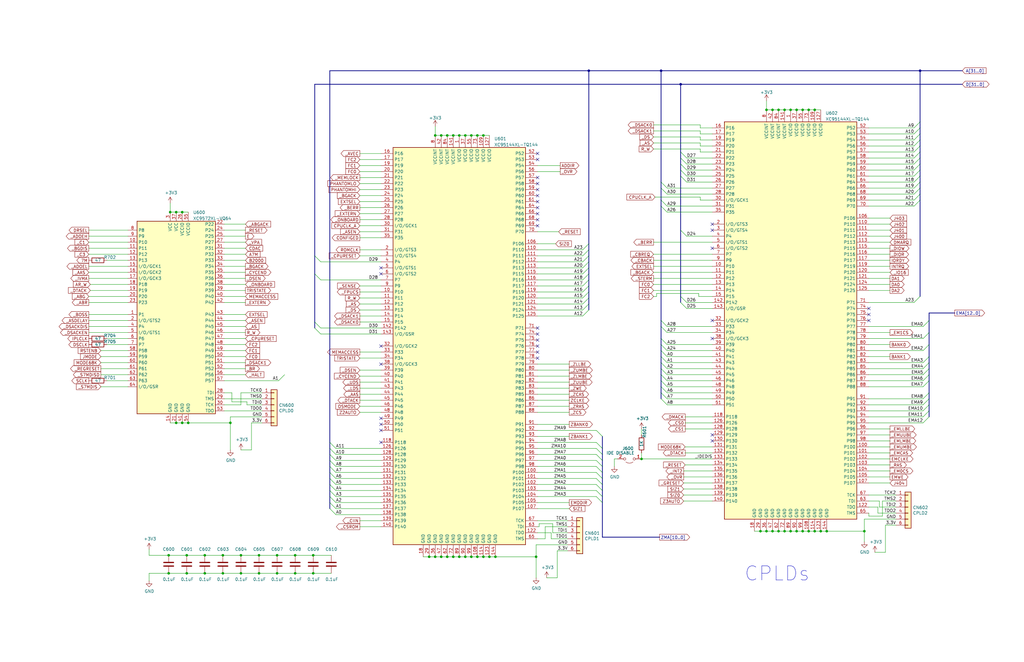
<source format=kicad_sch>
(kicad_sch (version 20211123) (generator eeschema)
  (paper "B")
  (title_block (title "Amiga N2630") (date "2022-05-20") (rev "1.1"))
  (junction (at 93.98 234.315))
  (junction (at 124.46 234.315))
  (junction (at 364.49 224.155))
  (junction (at 335.915 224.155))
  (junction (at 71.755 89.535))
  (junction (at 226.06 234.95))
  (junction (at 74.295 178.435))
  (junction (at 74.295 89.535))
  (junction (at 109.22 234.315))
  (junction (at 71.12 234.315))
  (junction (at 206.375 234.95))
  (junction (at 132.08 234.315))
  (junction (at 208.915 234.95))
  (junction (at 203.835 57.15))
  (junction (at 109.22 241.935))
  (junction (at 132.08 241.935))
  (junction (at 191.135 57.15))
  (junction (at 193.675 57.15))
  (junction (at 86.36 234.315))
  (junction (at 196.215 57.15))
  (junction (at 325.755 224.155))
  (junction (at 183.515 57.15))
  (junction (at 191.135 234.95))
  (junction (at 76.835 178.435))
  (junction (at 343.535 46.355))
  (junction (at 330.835 224.155))
  (junction (at 387.985 29.845))
  (junction (at 116.84 234.315))
  (junction (at 188.595 57.15))
  (junction (at 97.155 178.435))
  (junction (at 201.295 57.15))
  (junction (at 180.975 234.95))
  (junction (at 340.995 46.355))
  (junction (at 287.02 35.56))
  (junction (at 270.51 193.675))
  (junction (at 78.74 234.315))
  (junction (at 76.835 89.535))
  (junction (at 78.74 241.935))
  (junction (at 124.46 241.935))
  (junction (at 278.765 29.845))
  (junction (at 333.375 224.155))
  (junction (at 101.6 234.315))
  (junction (at 340.995 224.155))
  (junction (at 323.215 46.355))
  (junction (at 325.755 46.355))
  (junction (at 338.455 46.355))
  (junction (at 346.075 224.155))
  (junction (at 186.055 234.95))
  (junction (at 198.755 57.15))
  (junction (at 79.375 178.435))
  (junction (at 196.215 234.95))
  (junction (at 186.055 57.15))
  (junction (at 93.98 241.935))
  (junction (at 328.295 46.355))
  (junction (at 248.285 29.845))
  (junction (at 101.6 241.935))
  (junction (at 323.215 224.155))
  (junction (at 328.295 224.155))
  (junction (at 343.535 224.155))
  (junction (at 330.835 46.355))
  (junction (at 116.84 241.935))
  (junction (at 335.915 46.355))
  (junction (at 320.675 224.155))
  (junction (at 338.455 224.155))
  (junction (at 183.515 234.95))
  (junction (at 71.12 241.935))
  (junction (at 86.36 241.935))
  (junction (at 333.375 46.355))
  (junction (at 193.675 234.95))
  (junction (at 203.835 234.95))
  (junction (at 188.595 234.95))
  (junction (at 201.295 234.95))
  (junction (at 348.615 224.155))
  (junction (at 198.755 234.95))
  (no_connect (at 300.355 142.875))
  (no_connect (at 300.355 135.255))
  (no_connect (at 160.655 181.61))
  (no_connect (at 160.655 179.07))
  (no_connect (at 160.655 176.53))
  (no_connect (at 160.655 186.69))
  (no_connect (at 226.695 148.59))
  (no_connect (at 226.695 146.05))
  (no_connect (at 226.695 143.51))
  (no_connect (at 226.695 140.97))
  (no_connect (at 226.695 138.43))
  (no_connect (at 226.695 151.13))
  (no_connect (at 226.695 95.25))
  (no_connect (at 226.695 85.09))
  (no_connect (at 226.695 90.17))
  (no_connect (at 226.695 87.63))
  (no_connect (at 226.695 92.71))
  (no_connect (at 226.695 82.55))
  (no_connect (at 226.695 80.01))
  (no_connect (at 226.695 77.47))
  (no_connect (at 226.695 74.93))
  (no_connect (at 226.695 67.31))
  (no_connect (at 226.695 64.77))
  (no_connect (at 300.355 104.775))
  (no_connect (at 160.655 113.03))
  (no_connect (at 160.655 115.57))
  (no_connect (at 160.655 153.67))
  (no_connect (at 160.655 146.05))
  (no_connect (at 300.355 186.055))
  (no_connect (at 300.355 183.515))
  (no_connect (at 300.355 94.615))
  (no_connect (at 300.355 97.155))
  (no_connect (at 366.395 135.255))
  (no_connect (at 366.395 132.715))
  (no_connect (at 366.395 130.175))
  (bus_entry (at 281.305 137.795) (size -2.54 -2.54))
  (bus_entry (at 389.255 168.275) (size 2.54 -2.54))
  (bus_entry (at 389.255 170.815) (size 2.54 -2.54))
  (bus_entry (at 389.255 173.355) (size 2.54 -2.54))
  (bus_entry (at 389.255 175.895) (size 2.54 -2.54))
  (bus_entry (at 389.255 178.435) (size 2.54 -2.54))
  (bus_entry (at 385.445 74.295) (size 2.54 -2.54))
  (bus_entry (at 385.445 61.595) (size 2.54 -2.54))
  (bus_entry (at 385.445 53.975) (size 2.54 -2.54))
  (bus_entry (at 281.305 89.535) (size -2.54 -2.54))
  (bus_entry (at 281.305 79.375) (size -2.54 -2.54))
  (bus_entry (at 385.445 127.635) (size 2.54 -2.54))
  (bus_entry (at 385.445 79.375) (size 2.54 -2.54))
  (bus_entry (at 289.56 71.755) (size -2.54 -2.54))
  (bus_entry (at 281.305 165.735) (size -2.54 -2.54))
  (bus_entry (at 389.255 142.875) (size 2.54 -2.54))
  (bus_entry (at 389.255 147.955) (size 2.54 -2.54))
  (bus_entry (at 389.255 137.795) (size 2.54 -2.54))
  (bus_entry (at 389.255 153.035) (size 2.54 -2.54))
  (bus_entry (at 389.255 155.575) (size 2.54 -2.54))
  (bus_entry (at 389.255 158.115) (size 2.54 -2.54))
  (bus_entry (at 389.255 160.655) (size 2.54 -2.54))
  (bus_entry (at 389.255 163.195) (size 2.54 -2.54))
  (bus_entry (at 281.305 163.195) (size -2.54 -2.54))
  (bus_entry (at 281.305 150.495) (size -2.54 -2.54))
  (bus_entry (at 281.305 145.415) (size -2.54 -2.54))
  (bus_entry (at 141.605 212.09) (size -2.54 -2.54))
  (bus_entry (at 141.605 204.47) (size -2.54 -2.54))
  (bus_entry (at 141.605 207.01) (size -2.54 -2.54))
  (bus_entry (at 141.605 209.55) (size -2.54 -2.54))
  (bus_entry (at 141.605 217.17) (size -2.54 -2.54))
  (bus_entry (at 141.605 214.63) (size -2.54 -2.54))
  (bus_entry (at 141.605 196.85) (size -2.54 -2.54))
  (bus_entry (at 141.605 194.31) (size -2.54 -2.54))
  (bus_entry (at 141.605 199.39) (size -2.54 -2.54))
  (bus_entry (at 141.605 201.93) (size -2.54 -2.54))
  (bus_entry (at 141.605 189.23) (size -2.54 -2.54))
  (bus_entry (at 141.605 191.77) (size -2.54 -2.54))
  (bus_entry (at 245.745 120.65) (size 2.54 -2.54))
  (bus_entry (at 245.745 130.81) (size 2.54 -2.54))
  (bus_entry (at 245.745 123.19) (size 2.54 -2.54))
  (bus_entry (at 245.745 125.73) (size 2.54 -2.54))
  (bus_entry (at 245.745 128.27) (size 2.54 -2.54))
  (bus_entry (at 245.745 133.35) (size 2.54 -2.54))
  (bus_entry (at 245.745 105.41) (size 2.54 -2.54))
  (bus_entry (at 245.745 113.03) (size 2.54 -2.54))
  (bus_entry (at 245.745 110.49) (size 2.54 -2.54))
  (bus_entry (at 245.745 118.11) (size 2.54 -2.54))
  (bus_entry (at 245.745 115.57) (size 2.54 -2.54))
  (bus_entry (at 245.745 107.95) (size 2.54 -2.54))
  (bus_entry (at 385.445 84.455) (size 2.54 -2.54))
  (bus_entry (at 289.56 130.175) (size -2.54 -2.54))
  (bus_entry (at 385.445 69.215) (size 2.54 -2.54))
  (bus_entry (at 385.445 81.915) (size 2.54 -2.54))
  (bus_entry (at 385.445 59.055) (size 2.54 -2.54))
  (bus_entry (at 281.305 170.815) (size -2.54 -2.54))
  (bus_entry (at 289.56 127.635) (size -2.54 -2.54))
  (bus_entry (at 385.445 56.515) (size 2.54 -2.54))
  (bus_entry (at 281.305 155.575) (size -2.54 -2.54))
  (bus_entry (at 289.56 74.295) (size -2.54 -2.54))
  (bus_entry (at 281.305 168.275) (size -2.54 -2.54))
  (bus_entry (at 281.305 160.655) (size -2.54 -2.54))
  (bus_entry (at 289.56 99.695) (size -2.54 -2.54))
  (bus_entry (at 385.445 71.755) (size 2.54 -2.54))
  (bus_entry (at 281.305 158.115) (size -2.54 -2.54))
  (bus_entry (at 289.56 66.675) (size -2.54 -2.54))
  (bus_entry (at 281.305 147.955) (size -2.54 -2.54))
  (bus_entry (at 385.445 64.135) (size 2.54 -2.54))
  (bus_entry (at 281.305 140.335) (size -2.54 -2.54))
  (bus_entry (at 385.445 86.995) (size 2.54 -2.54))
  (bus_entry (at 289.56 76.835) (size -2.54 -2.54))
  (bus_entry (at 385.445 66.675) (size 2.54 -2.54))
  (bus_entry (at 385.445 76.835) (size 2.54 -2.54))
  (bus_entry (at 281.305 153.035) (size -2.54 -2.54))
  (bus_entry (at 289.56 69.215) (size -2.54 -2.54))
  (bus_entry (at 251.46 186.69) (size 2.54 2.54))
  (bus_entry (at 251.46 181.61) (size 2.54 2.54))
  (bus_entry (at 251.46 191.77) (size 2.54 2.54))
  (bus_entry (at 251.46 189.23) (size 2.54 2.54))
  (bus_entry (at 251.46 204.47) (size 2.54 2.54))
  (bus_entry (at 251.46 207.01) (size 2.54 2.54))
  (bus_entry (at 251.46 209.55) (size 2.54 2.54))
  (bus_entry (at 251.46 196.85) (size 2.54 2.54))
  (bus_entry (at 251.46 201.93) (size 2.54 2.54))
  (bus_entry (at 251.46 194.31) (size 2.54 2.54))
  (bus_entry (at 251.46 199.39) (size 2.54 2.54))
  (bus_entry (at 117.475 160.655) (size 2.54 -2.54))
  (bus_entry (at 281.305 86.995) (size -2.54 -2.54))
  (bus_entry (at 281.305 81.915) (size -2.54 -2.54))
  (bus_entry (at 135.255 110.49) (size -2.54 -2.54))
  (bus_entry (at 135.255 118.11) (size -2.54 -2.54))
  (bus_entry (at 135.255 140.97) (size -2.54 -2.54))
  (bus_entry (at 135.255 138.43) (size -2.54 -2.54))
  (bus (pts (xy 278.765 79.375) (xy 278.765 84.455)))
  (wire (pts (xy 160.655 166.37) (xy 151.765 166.37)))
  (wire (pts (xy 366.395 180.975) (xy 375.285 180.975)))
  (wire (pts (xy 276.225 83.185) (xy 295.275 83.185)))
  (wire (pts (xy 183.515 234.95) (xy 186.055 234.95)))
  (wire (pts (xy 226.06 243.84) (xy 226.06 234.95)))
  (wire (pts (xy 226.06 234.95) (xy 226.06 229.87)))
  (bus (pts (xy 132.715 107.95) (xy 132.715 35.56)))
  (wire (pts (xy 203.835 234.95) (xy 206.375 234.95)))
  (wire (pts (xy 366.395 109.855) (xy 375.285 109.855)))
  (wire (pts (xy 288.29 203.835) (xy 300.355 203.835)))
  (bus (pts (xy 248.285 118.11) (xy 248.285 120.65)))
  (bus (pts (xy 391.795 135.255) (xy 391.795 132.08)))
  (wire (pts (xy 103.505 147.955) (xy 94.615 147.955)))
  (wire (pts (xy 180.975 234.95) (xy 183.515 234.95)))
  (wire (pts (xy 101.6 241.935) (xy 93.98 241.935)))
  (wire (pts (xy 270.51 193.675) (xy 300.355 193.675)))
  (wire (pts (xy 239.395 222.25) (xy 229.87 222.25)))
  (bus (pts (xy 248.285 128.27) (xy 248.285 130.81)))
  (wire (pts (xy 300.355 165.735) (xy 281.305 165.735)))
  (bus (pts (xy 248.285 123.19) (xy 248.285 125.73)))
  (wire (pts (xy 160.655 156.21) (xy 151.765 156.21)))
  (bus (pts (xy 287.02 125.095) (xy 287.02 127.635)))
  (wire (pts (xy 289.56 127.635) (xy 300.355 127.635)))
  (wire (pts (xy 300.355 160.655) (xy 281.305 160.655)))
  (wire (pts (xy 53.975 112.395) (xy 37.465 112.395)))
  (wire (pts (xy 103.505 135.255) (xy 94.615 135.255)))
  (wire (pts (xy 188.595 234.95) (xy 191.135 234.95)))
  (wire (pts (xy 151.765 222.25) (xy 160.655 222.25)))
  (wire (pts (xy 372.11 217.805) (xy 366.395 217.805)))
  (wire (pts (xy 104.14 170.815) (xy 110.49 170.815)))
  (wire (pts (xy 366.395 120.015) (xy 375.285 120.015)))
  (bus (pts (xy 139.065 201.93) (xy 139.065 204.47)))
  (wire (pts (xy 320.675 224.155) (xy 318.135 224.155)))
  (wire (pts (xy 295.275 52.705) (xy 275.59 52.705)))
  (bus (pts (xy 139.065 194.31) (xy 139.065 196.85)))
  (wire (pts (xy 328.295 46.355) (xy 325.755 46.355)))
  (wire (pts (xy 385.445 71.755) (xy 366.395 71.755)))
  (wire (pts (xy 366.395 155.575) (xy 389.255 155.575)))
  (wire (pts (xy 281.305 150.495) (xy 300.355 150.495)))
  (wire (pts (xy 245.745 113.03) (xy 226.695 113.03)))
  (wire (pts (xy 259.08 193.675) (xy 259.08 196.85)))
  (wire (pts (xy 53.975 158.115) (xy 42.545 158.115)))
  (wire (pts (xy 364.49 224.155) (xy 364.49 219.075)))
  (wire (pts (xy 385.445 84.455) (xy 366.395 84.455)))
  (wire (pts (xy 97.155 178.435) (xy 97.155 175.895)))
  (wire (pts (xy 53.975 122.555) (xy 38.1 122.555)))
  (wire (pts (xy 366.395 163.195) (xy 389.255 163.195)))
  (wire (pts (xy 295.275 60.325) (xy 295.275 61.595)))
  (wire (pts (xy 71.755 85.725) (xy 71.755 89.535)))
  (wire (pts (xy 103.505 102.235) (xy 94.615 102.235)))
  (wire (pts (xy 300.355 107.315) (xy 275.59 107.315)))
  (bus (pts (xy 139.065 204.47) (xy 139.065 207.01)))
  (wire (pts (xy 103.505 155.575) (xy 94.615 155.575)))
  (bus (pts (xy 391.795 132.08) (xy 402.59 132.08)))
  (wire (pts (xy 226.695 201.93) (xy 251.46 201.93)))
  (wire (pts (xy 191.135 57.15) (xy 188.595 57.15)))
  (wire (pts (xy 53.975 125.095) (xy 37.465 125.095)))
  (wire (pts (xy 160.655 217.17) (xy 141.605 217.17)))
  (wire (pts (xy 335.915 46.355) (xy 333.375 46.355)))
  (wire (pts (xy 300.355 208.915) (xy 288.29 208.915)))
  (wire (pts (xy 94.615 94.615) (xy 103.505 94.615)))
  (wire (pts (xy 385.445 127.635) (xy 366.395 127.635)))
  (wire (pts (xy 226.695 219.71) (xy 239.395 219.71)))
  (wire (pts (xy 281.305 147.955) (xy 300.355 147.955)))
  (wire (pts (xy 226.695 97.79) (xy 235.585 97.79)))
  (wire (pts (xy 281.305 89.535) (xy 300.355 89.535)))
  (wire (pts (xy 281.305 81.915) (xy 300.355 81.915)))
  (wire (pts (xy 45.085 145.415) (xy 53.975 145.415)))
  (wire (pts (xy 289.56 99.695) (xy 300.355 99.695)))
  (bus (pts (xy 391.795 150.495) (xy 391.795 145.415)))
  (wire (pts (xy 226.695 207.01) (xy 251.46 207.01)))
  (wire (pts (xy 160.655 74.93) (xy 151.765 74.93)))
  (wire (pts (xy 103.505 122.555) (xy 94.615 122.555)))
  (bus (pts (xy 139.065 207.01) (xy 139.065 209.55)))
  (wire (pts (xy 226.695 204.47) (xy 251.46 204.47)))
  (wire (pts (xy 42.545 147.955) (xy 53.975 147.955)))
  (bus (pts (xy 254 207.01) (xy 254 209.55)))
  (bus (pts (xy 391.795 168.275) (xy 391.795 165.735)))
  (wire (pts (xy 94.615 120.015) (xy 103.505 120.015)))
  (wire (pts (xy 300.355 112.395) (xy 275.59 112.395)))
  (wire (pts (xy 289.56 74.295) (xy 300.355 74.295)))
  (wire (pts (xy 206.375 234.95) (xy 208.915 234.95)))
  (wire (pts (xy 366.395 145.415) (xy 375.285 145.415)))
  (wire (pts (xy 270.51 183.515) (xy 270.51 180.975)))
  (wire (pts (xy 196.215 234.95) (xy 198.755 234.95)))
  (wire (pts (xy 160.655 64.77) (xy 151.765 64.77)))
  (bus (pts (xy 387.985 64.135) (xy 387.985 66.675)))
  (wire (pts (xy 300.355 125.095) (xy 294.64 125.095)))
  (wire (pts (xy 160.655 77.47) (xy 151.765 77.47)))
  (wire (pts (xy 300.355 170.815) (xy 281.305 170.815)))
  (wire (pts (xy 270.51 191.135) (xy 270.51 193.675)))
  (wire (pts (xy 141.605 196.85) (xy 160.655 196.85)))
  (wire (pts (xy 289.56 76.835) (xy 300.355 76.835)))
  (wire (pts (xy 94.615 109.855) (xy 103.505 109.855)))
  (wire (pts (xy 385.445 53.975) (xy 366.395 53.975)))
  (wire (pts (xy 160.655 173.99) (xy 151.765 173.99)))
  (wire (pts (xy 325.755 46.355) (xy 323.215 46.355)))
  (wire (pts (xy 196.215 57.15) (xy 193.675 57.15)))
  (wire (pts (xy 53.975 117.475) (xy 37.465 117.475)))
  (bus (pts (xy 387.985 61.595) (xy 387.985 64.135)))
  (wire (pts (xy 93.98 241.935) (xy 86.36 241.935)))
  (wire (pts (xy 288.925 188.595) (xy 300.355 188.595)))
  (wire (pts (xy 103.505 150.495) (xy 94.615 150.495)))
  (wire (pts (xy 53.975 109.855) (xy 45.085 109.855)))
  (wire (pts (xy 226.695 212.09) (xy 240.03 212.09)))
  (wire (pts (xy 124.46 241.935) (xy 132.08 241.935)))
  (wire (pts (xy 340.995 224.155) (xy 338.455 224.155)))
  (wire (pts (xy 37.465 132.715) (xy 53.975 132.715)))
  (wire (pts (xy 37.465 140.335) (xy 53.975 140.335)))
  (wire (pts (xy 151.765 123.19) (xy 160.655 123.19)))
  (wire (pts (xy 151.765 90.17) (xy 160.655 90.17)))
  (wire (pts (xy 53.975 137.795) (xy 37.465 137.795)))
  (bus (pts (xy 254 194.31) (xy 254 196.85)))
  (wire (pts (xy 37.465 104.775) (xy 53.975 104.775)))
  (bus (pts (xy 391.795 165.735) (xy 391.795 160.655)))
  (wire (pts (xy 300.355 163.195) (xy 281.305 163.195)))
  (wire (pts (xy 288.925 175.895) (xy 300.355 175.895)))
  (wire (pts (xy 281.305 86.995) (xy 300.355 86.995)))
  (wire (pts (xy 42.545 153.035) (xy 53.975 153.035)))
  (bus (pts (xy 248.285 29.845) (xy 248.285 102.87)))
  (wire (pts (xy 366.395 173.355) (xy 389.255 173.355)))
  (wire (pts (xy 208.915 234.95) (xy 226.06 234.95)))
  (bus (pts (xy 278.765 158.115) (xy 278.765 160.655)))
  (wire (pts (xy 191.135 234.95) (xy 193.675 234.95)))
  (wire (pts (xy 366.395 183.515) (xy 375.285 183.515)))
  (bus (pts (xy 278.765 153.035) (xy 278.765 155.575)))
  (wire (pts (xy 385.445 69.215) (xy 366.395 69.215)))
  (bus (pts (xy 391.795 153.035) (xy 391.795 150.495)))
  (bus (pts (xy 287.02 35.56) (xy 287.02 64.135)))
  (wire (pts (xy 160.655 163.83) (xy 151.765 163.83)))
  (wire (pts (xy 375.285 122.555) (xy 366.395 122.555)))
  (bus (pts (xy 278.765 160.655) (xy 278.765 163.195)))
  (wire (pts (xy 151.765 125.73) (xy 160.655 125.73)))
  (wire (pts (xy 76.835 178.435) (xy 79.375 178.435)))
  (bus (pts (xy 391.795 173.355) (xy 391.795 170.815)))
  (wire (pts (xy 234.95 243.84) (xy 230.505 243.84)))
  (wire (pts (xy 389.255 155.575) (xy 389.318 155.575)))
  (wire (pts (xy 103.505 140.335) (xy 94.615 140.335)))
  (wire (pts (xy 389.255 158.115) (xy 389.318 158.115)))
  (wire (pts (xy 109.22 241.935) (xy 101.6 241.935)))
  (wire (pts (xy 141.605 191.77) (xy 160.655 191.77)))
  (wire (pts (xy 366.395 137.795) (xy 389.255 137.795)))
  (wire (pts (xy 193.675 234.95) (xy 196.215 234.95)))
  (wire (pts (xy 79.375 178.435) (xy 97.155 178.435)))
  (wire (pts (xy 372.11 211.455) (xy 372.11 217.805)))
  (wire (pts (xy 160.655 92.71) (xy 151.765 92.71)))
  (bus (pts (xy 254 201.93) (xy 254 204.47)))
  (bus (pts (xy 387.985 66.675) (xy 387.985 69.215)))
  (bus (pts (xy 391.795 155.575) (xy 391.795 153.035)))
  (wire (pts (xy 103.505 145.415) (xy 94.615 145.415)))
  (wire (pts (xy 300.355 117.475) (xy 275.59 117.475)))
  (bus (pts (xy 139.065 29.845) (xy 248.285 29.845)))
  (wire (pts (xy 260.35 193.675) (xy 259.08 193.675)))
  (wire (pts (xy 226.695 72.39) (xy 236.22 72.39)))
  (wire (pts (xy 42.545 155.575) (xy 53.975 155.575)))
  (bus (pts (xy 278.765 145.415) (xy 278.765 147.955)))
  (bus (pts (xy 287.02 74.295) (xy 287.02 97.155)))
  (bus (pts (xy 278.765 29.845) (xy 387.985 29.845)))
  (bus (pts (xy 278.765 165.735) (xy 278.765 168.275)))
  (wire (pts (xy 135.255 138.43) (xy 160.655 138.43)))
  (wire (pts (xy 109.22 234.315) (xy 116.84 234.315)))
  (wire (pts (xy 151.765 120.65) (xy 160.655 120.65)))
  (wire (pts (xy 160.655 107.95) (xy 151.765 107.95)))
  (bus (pts (xy 287.02 64.135) (xy 287.02 66.675)))
  (wire (pts (xy 366.395 186.055) (xy 375.285 186.055)))
  (wire (pts (xy 141.605 189.23) (xy 160.655 189.23)))
  (wire (pts (xy 333.375 46.355) (xy 330.835 46.355)))
  (wire (pts (xy 226.695 158.75) (xy 240.03 158.75)))
  (wire (pts (xy 300.355 114.935) (xy 275.59 114.935)))
  (wire (pts (xy 160.655 95.25) (xy 151.765 95.25)))
  (wire (pts (xy 229.87 222.25) (xy 229.87 227.33)))
  (wire (pts (xy 233.045 220.98) (xy 227.33 220.98)))
  (wire (pts (xy 116.84 241.935) (xy 124.46 241.935)))
  (wire (pts (xy 135.255 110.49) (xy 160.655 110.49)))
  (wire (pts (xy 53.975 107.315) (xy 37.465 107.315)))
  (wire (pts (xy 300.355 120.015) (xy 275.59 120.015)))
  (wire (pts (xy 86.36 234.315) (xy 78.74 234.315)))
  (bus (pts (xy 387.985 29.845) (xy 405.765 29.845)))
  (wire (pts (xy 103.505 112.395) (xy 94.615 112.395)))
  (wire (pts (xy 97.155 189.865) (xy 97.155 178.435)))
  (wire (pts (xy 151.765 130.81) (xy 160.655 130.81)))
  (wire (pts (xy 232.41 227.33) (xy 239.395 227.33)))
  (wire (pts (xy 275.59 60.325) (xy 295.275 60.325)))
  (wire (pts (xy 338.455 224.155) (xy 335.915 224.155)))
  (wire (pts (xy 101.6 165.735) (xy 101.6 170.815)))
  (wire (pts (xy 370.84 213.995) (xy 377.825 213.995)))
  (wire (pts (xy 366.395 175.895) (xy 389.255 175.895)))
  (wire (pts (xy 97.79 165.735) (xy 97.79 169.545)))
  (wire (pts (xy 300.355 84.455) (xy 295.275 84.455)))
  (wire (pts (xy 198.755 57.15) (xy 196.215 57.15)))
  (wire (pts (xy 226.695 191.77) (xy 251.46 191.77)))
  (wire (pts (xy 201.295 57.15) (xy 198.755 57.15)))
  (wire (pts (xy 276.86 125.095) (xy 275.59 125.095)))
  (wire (pts (xy 109.22 241.935) (xy 116.84 241.935)))
  (wire (pts (xy 348.615 224.155) (xy 364.49 224.155)))
  (wire (pts (xy 71.12 234.315) (xy 62.865 234.315)))
  (bus (pts (xy 248.285 107.95) (xy 248.285 110.49)))
  (bus (pts (xy 139.065 191.77) (xy 139.065 194.31)))
  (wire (pts (xy 160.655 207.01) (xy 141.605 207.01)))
  (wire (pts (xy 385.445 86.995) (xy 366.395 86.995)))
  (wire (pts (xy 198.755 234.95) (xy 201.295 234.95)))
  (bus (pts (xy 387.985 56.515) (xy 387.985 59.055)))
  (bus (pts (xy 139.065 186.69) (xy 139.065 189.23)))
  (wire (pts (xy 160.655 212.09) (xy 141.605 212.09)))
  (bus (pts (xy 248.285 113.03) (xy 248.285 115.57)))
  (wire (pts (xy 226.695 166.37) (xy 240.03 166.37)))
  (wire (pts (xy 124.46 234.315) (xy 132.08 234.315)))
  (bus (pts (xy 248.285 125.73) (xy 248.285 128.27)))
  (wire (pts (xy 294.64 123.825) (xy 276.86 123.825)))
  (wire (pts (xy 141.605 199.39) (xy 160.655 199.39)))
  (wire (pts (xy 71.12 241.935) (xy 62.865 241.935)))
  (wire (pts (xy 370.205 213.995) (xy 370.205 216.535)))
  (wire (pts (xy 203.835 57.15) (xy 201.295 57.15)))
  (wire (pts (xy 53.975 99.695) (xy 37.465 99.695)))
  (wire (pts (xy 233.045 224.79) (xy 233.045 220.98)))
  (wire (pts (xy 366.395 112.395) (xy 375.285 112.395)))
  (bus (pts (xy 278.765 163.195) (xy 278.765 165.735)))
  (wire (pts (xy 226.695 196.85) (xy 251.46 196.85)))
  (wire (pts (xy 375.285 203.835) (xy 366.395 203.835)))
  (wire (pts (xy 366.395 114.935) (xy 375.285 114.935)))
  (wire (pts (xy 385.445 64.135) (xy 366.395 64.135)))
  (wire (pts (xy 186.055 234.95) (xy 188.595 234.95)))
  (wire (pts (xy 160.655 87.63) (xy 151.765 87.63)))
  (wire (pts (xy 323.215 224.155) (xy 320.675 224.155)))
  (wire (pts (xy 288.29 198.755) (xy 300.355 198.755)))
  (wire (pts (xy 300.355 191.135) (xy 288.925 191.135)))
  (wire (pts (xy 377.825 221.615) (xy 373.38 221.615)))
  (bus (pts (xy 278.765 137.795) (xy 278.765 142.875)))
  (wire (pts (xy 366.395 140.335) (xy 375.285 140.335)))
  (wire (pts (xy 366.395 142.875) (xy 389.255 142.875)))
  (wire (pts (xy 245.745 133.35) (xy 226.695 133.35)))
  (wire (pts (xy 385.445 56.515) (xy 366.395 56.515)))
  (wire (pts (xy 323.215 42.545) (xy 323.215 46.355)))
  (wire (pts (xy 103.505 137.795) (xy 94.615 137.795)))
  (wire (pts (xy 117.475 160.655) (xy 94.615 160.655)))
  (wire (pts (xy 132.08 234.315) (xy 139.7 234.315)))
  (wire (pts (xy 160.655 161.29) (xy 151.765 161.29)))
  (wire (pts (xy 300.355 56.515) (xy 295.275 56.515)))
  (wire (pts (xy 103.505 158.115) (xy 94.615 158.115)))
  (bus (pts (xy 132.715 115.57) (xy 132.715 107.95)))
  (wire (pts (xy 226.695 102.87) (xy 234.315 102.87)))
  (bus (pts (xy 248.285 105.41) (xy 248.285 107.95)))
  (wire (pts (xy 53.975 127.635) (xy 37.465 127.635)))
  (bus (pts (xy 387.985 81.915) (xy 387.985 84.455)))
  (wire (pts (xy 288.925 196.215) (xy 300.355 196.215)))
  (wire (pts (xy 295.275 55.245) (xy 275.59 55.245)))
  (wire (pts (xy 226.695 184.15) (xy 240.03 184.15)))
  (wire (pts (xy 97.79 169.545) (xy 104.14 169.545)))
  (wire (pts (xy 45.085 160.655) (xy 53.975 160.655)))
  (wire (pts (xy 132.08 241.935) (xy 139.7 241.935)))
  (wire (pts (xy 295.275 64.135) (xy 295.275 62.865)))
  (wire (pts (xy 366.395 117.475) (xy 375.285 117.475)))
  (wire (pts (xy 288.925 180.975) (xy 300.355 180.975)))
  (wire (pts (xy 366.395 211.455) (xy 370.84 211.455)))
  (wire (pts (xy 226.695 156.21) (xy 240.03 156.21)))
  (wire (pts (xy 53.975 120.015) (xy 38.1 120.015)))
  (wire (pts (xy 370.205 216.535) (xy 377.825 216.535)))
  (wire (pts (xy 160.655 151.13) (xy 151.765 151.13)))
  (wire (pts (xy 226.695 161.29) (xy 240.03 161.29)))
  (wire (pts (xy 364.49 219.075) (xy 377.825 219.075)))
  (wire (pts (xy 295.275 56.515) (xy 295.275 55.245)))
  (bus (pts (xy 391.795 140.335) (xy 391.795 135.255)))
  (wire (pts (xy 93.98 234.315) (xy 86.36 234.315)))
  (wire (pts (xy 276.86 123.825) (xy 276.86 125.095)))
  (wire (pts (xy 281.305 153.035) (xy 300.355 153.035)))
  (wire (pts (xy 373.38 233.045) (xy 368.935 233.045)))
  (bus (pts (xy 132.715 135.89) (xy 132.715 115.57)))
  (wire (pts (xy 275.59 102.235) (xy 300.355 102.235)))
  (wire (pts (xy 227.33 222.25) (xy 226.695 222.25)))
  (wire (pts (xy 275.59 62.865) (xy 295.275 62.865)))
  (wire (pts (xy 151.765 67.31) (xy 160.655 67.31)))
  (bus (pts (xy 254 184.15) (xy 254 189.23)))
  (wire (pts (xy 366.395 158.115) (xy 389.255 158.115)))
  (wire (pts (xy 366.395 104.775) (xy 375.285 104.775)))
  (wire (pts (xy 151.765 97.79) (xy 160.655 97.79)))
  (wire (pts (xy 160.655 80.01) (xy 151.765 80.01)))
  (wire (pts (xy 245.745 115.57) (xy 226.695 115.57)))
  (bus (pts (xy 287.02 35.56) (xy 405.765 35.56)))
  (wire (pts (xy 366.395 147.955) (xy 389.255 147.955)))
  (wire (pts (xy 288.29 206.375) (xy 300.355 206.375)))
  (wire (pts (xy 160.655 171.45) (xy 151.765 171.45)))
  (wire (pts (xy 151.765 128.27) (xy 160.655 128.27)))
  (wire (pts (xy 206.375 57.15) (xy 203.835 57.15)))
  (wire (pts (xy 160.655 85.09) (xy 151.765 85.09)))
  (bus (pts (xy 248.285 102.87) (xy 248.285 105.41)))
  (bus (pts (xy 287.02 71.755) (xy 287.02 74.295)))
  (wire (pts (xy 245.745 118.11) (xy 226.695 118.11)))
  (wire (pts (xy 160.655 168.91) (xy 151.765 168.91)))
  (wire (pts (xy 385.445 79.375) (xy 366.395 79.375)))
  (wire (pts (xy 328.295 224.155) (xy 325.755 224.155)))
  (wire (pts (xy 245.745 110.49) (xy 226.695 110.49)))
  (wire (pts (xy 53.975 135.255) (xy 37.465 135.255)))
  (wire (pts (xy 275.59 57.785) (xy 295.275 57.785)))
  (wire (pts (xy 160.655 72.39) (xy 151.765 72.39)))
  (wire (pts (xy 226.695 186.69) (xy 251.46 186.69)))
  (wire (pts (xy 294.64 125.095) (xy 294.64 123.825)))
  (wire (pts (xy 45.085 142.875) (xy 53.975 142.875)))
  (wire (pts (xy 103.505 125.095) (xy 94.615 125.095)))
  (bus (pts (xy 139.065 199.39) (xy 139.065 201.93)))
  (wire (pts (xy 364.49 228.6) (xy 364.49 224.155)))
  (wire (pts (xy 103.505 127.635) (xy 94.615 127.635)))
  (wire (pts (xy 103.505 142.875) (xy 94.615 142.875)))
  (wire (pts (xy 377.825 211.455) (xy 372.11 211.455)))
  (wire (pts (xy 226.695 69.85) (xy 236.22 69.85)))
  (bus (pts (xy 278.765 147.955) (xy 278.765 150.495)))
  (bus (pts (xy 139.065 209.55) (xy 139.065 212.09)))
  (wire (pts (xy 94.615 97.155) (xy 103.505 97.155)))
  (bus (pts (xy 387.985 79.375) (xy 387.985 81.915)))
  (bus (pts (xy 387.985 53.975) (xy 387.985 56.515)))
  (wire (pts (xy 226.695 194.31) (xy 251.46 194.31)))
  (wire (pts (xy 110.49 168.275) (xy 94.615 168.275)))
  (bus (pts (xy 391.795 175.895) (xy 391.795 173.355)))
  (bus (pts (xy 132.715 35.56) (xy 287.02 35.56)))
  (wire (pts (xy 366.395 213.995) (xy 370.205 213.995)))
  (bus (pts (xy 254 226.695) (xy 278.13 226.695)))
  (wire (pts (xy 110.49 173.355) (xy 94.615 173.355)))
  (wire (pts (xy 160.655 204.47) (xy 141.605 204.47)))
  (wire (pts (xy 295.275 53.975) (xy 295.275 52.705)))
  (bus (pts (xy 139.065 196.85) (xy 139.065 199.39)))
  (bus (pts (xy 387.985 74.295) (xy 387.985 76.835)))
  (bus (pts (xy 387.985 69.215) (xy 387.985 71.755)))
  (wire (pts (xy 289.56 71.755) (xy 300.355 71.755)))
  (wire (pts (xy 109.22 234.315) (xy 101.6 234.315)))
  (wire (pts (xy 330.835 224.155) (xy 328.295 224.155)))
  (bus (pts (xy 387.985 51.435) (xy 387.985 53.975)))
  (wire (pts (xy 385.445 76.835) (xy 366.395 76.835)))
  (wire (pts (xy 79.375 89.535) (xy 76.835 89.535)))
  (bus (pts (xy 132.715 138.43) (xy 132.715 135.89)))
  (wire (pts (xy 375.285 196.215) (xy 366.395 196.215)))
  (wire (pts (xy 346.075 46.355) (xy 343.535 46.355)))
  (wire (pts (xy 74.295 178.435) (xy 76.835 178.435)))
  (wire (pts (xy 86.36 241.935) (xy 78.74 241.935)))
  (wire (pts (xy 106.045 189.865) (xy 101.6 189.865)))
  (bus (pts (xy 278.765 84.455) (xy 278.765 86.995)))
  (bus (pts (xy 278.765 155.575) (xy 278.765 158.115)))
  (bus (pts (xy 254 209.55) (xy 254 212.09)))
  (wire (pts (xy 375.285 92.075) (xy 366.395 92.075)))
  (wire (pts (xy 289.56 66.675) (xy 300.355 66.675)))
  (wire (pts (xy 385.445 74.295) (xy 366.395 74.295)))
  (wire (pts (xy 74.295 89.535) (xy 71.755 89.535)))
  (wire (pts (xy 106.045 178.435) (xy 106.045 189.865)))
  (bus (pts (xy 248.285 120.65) (xy 248.285 123.19)))
  (bus (pts (xy 278.765 135.255) (xy 278.765 137.795)))
  (wire (pts (xy 101.6 170.815) (xy 94.615 170.815)))
  (wire (pts (xy 239.395 224.79) (xy 233.045 224.79)))
  (wire (pts (xy 300.355 158.115) (xy 281.305 158.115)))
  (wire (pts (xy 141.605 194.31) (xy 160.655 194.31)))
  (wire (pts (xy 78.74 234.315) (xy 71.12 234.315)))
  (wire (pts (xy 289.56 69.215) (xy 300.355 69.215)))
  (wire (pts (xy 183.515 53.34) (xy 183.515 57.15)))
  (wire (pts (xy 375.285 99.695) (xy 366.395 99.695)))
  (bus (pts (xy 278.765 76.835) (xy 278.765 79.375)))
  (bus (pts (xy 387.985 71.755) (xy 387.985 74.295)))
  (wire (pts (xy 232.41 224.79) (xy 232.41 227.33)))
  (wire (pts (xy 366.395 208.915) (xy 377.825 208.915)))
  (wire (pts (xy 366.395 178.435) (xy 389.255 178.435)))
  (wire (pts (xy 135.255 140.97) (xy 160.655 140.97)))
  (bus (pts (xy 248.285 115.57) (xy 248.285 118.11)))
  (bus (pts (xy 254 199.39) (xy 254 201.93)))
  (wire (pts (xy 94.615 132.715) (xy 103.505 132.715)))
  (wire (pts (xy 288.29 201.295) (xy 300.355 201.295)))
  (wire (pts (xy 366.395 107.315) (xy 375.285 107.315)))
  (wire (pts (xy 141.605 201.93) (xy 160.655 201.93)))
  (wire (pts (xy 151.765 158.75) (xy 160.655 158.75)))
  (wire (pts (xy 78.74 241.935) (xy 71.12 241.935)))
  (wire (pts (xy 366.395 170.815) (xy 389.255 170.815)))
  (wire (pts (xy 193.675 57.15) (xy 191.135 57.15)))
  (bus (pts (xy 387.985 76.835) (xy 387.985 79.375)))
  (wire (pts (xy 226.695 171.45) (xy 240.03 171.45)))
  (wire (pts (xy 300.355 64.135) (xy 295.275 64.135)))
  (wire (pts (xy 300.355 53.975) (xy 295.275 53.975)))
  (wire (pts (xy 295.275 57.785) (xy 295.275 59.055)))
  (wire (pts (xy 226.695 173.99) (xy 240.03 173.99)))
  (wire (pts (xy 300.355 109.855) (xy 275.59 109.855)))
  (wire (pts (xy 227.33 220.98) (xy 227.33 222.25)))
  (wire (pts (xy 151.765 69.85) (xy 160.655 69.85)))
  (wire (pts (xy 151.765 133.35) (xy 160.655 133.35)))
  (wire (pts (xy 370.84 211.455) (xy 370.84 213.995)))
  (wire (pts (xy 281.305 137.795) (xy 300.355 137.795)))
  (wire (pts (xy 325.755 224.155) (xy 323.215 224.155)))
  (wire (pts (xy 226.695 179.07) (xy 240.03 179.07)))
  (bus (pts (xy 278.765 29.845) (xy 278.765 76.835)))
  (wire (pts (xy 343.535 46.355) (xy 340.995 46.355)))
  (wire (pts (xy 385.445 61.595) (xy 366.395 61.595)))
  (wire (pts (xy 366.395 150.495) (xy 375.285 150.495)))
  (wire (pts (xy 330.835 46.355) (xy 328.295 46.355)))
  (bus (pts (xy 387.985 59.055) (xy 387.985 61.595)))
  (wire (pts (xy 338.455 46.355) (xy 335.915 46.355)))
  (wire (pts (xy 226.06 229.87) (xy 239.395 229.87)))
  (wire (pts (xy 53.975 114.935) (xy 37.465 114.935)))
  (wire (pts (xy 288.925 178.435) (xy 300.355 178.435)))
  (wire (pts (xy 42.545 150.495) (xy 53.975 150.495)))
  (wire (pts (xy 62.865 234.315) (xy 62.865 231.775)))
  (wire (pts (xy 97.155 175.895) (xy 110.49 175.895)))
  (wire (pts (xy 160.655 209.55) (xy 141.605 209.55)))
  (wire (pts (xy 186.055 57.15) (xy 183.515 57.15)))
  (wire (pts (xy 245.745 105.41) (xy 226.695 105.41)))
  (wire (pts (xy 53.975 102.235) (xy 37.465 102.235)))
  (wire (pts (xy 226.695 224.79) (xy 232.41 224.79)))
  (bus (pts (xy 254 189.23) (xy 254 191.77)))
  (wire (pts (xy 239.395 232.41) (xy 234.95 232.41)))
  (wire (pts (xy 103.505 153.035) (xy 94.615 153.035)))
  (wire (pts (xy 375.285 198.755) (xy 366.395 198.755)))
  (wire (pts (xy 348.615 224.155) (xy 346.075 224.155)))
  (wire (pts (xy 226.695 199.39) (xy 251.46 199.39)))
  (wire (pts (xy 226.695 209.55) (xy 251.46 209.55)))
  (bus (pts (xy 278.765 150.495) (xy 278.765 153.035)))
  (wire (pts (xy 288.29 211.455) (xy 300.355 211.455)))
  (wire (pts (xy 234.95 232.41) (xy 234.95 243.84)))
  (wire (pts (xy 366.395 217.805) (xy 366.395 216.535)))
  (wire (pts (xy 333.375 224.155) (xy 330.835 224.155)))
  (wire (pts (xy 101.6 234.315) (xy 93.98 234.315)))
  (wire (pts (xy 103.505 117.475) (xy 94.615 117.475)))
  (bus (pts (xy 139.065 189.23) (xy 139.065 191.77)))
  (wire (pts (xy 373.38 221.615) (xy 373.38 233.045)))
  (bus (pts (xy 391.795 158.115) (xy 391.795 155.575)))
  (wire (pts (xy 94.615 99.695) (xy 103.505 99.695)))
  (wire (pts (xy 340.995 46.355) (xy 338.455 46.355)))
  (wire (pts (xy 160.655 82.55) (xy 151.765 82.55)))
  (wire (pts (xy 226.695 163.83) (xy 240.03 163.83)))
  (bus (pts (xy 391.795 160.655) (xy 391.795 158.115)))
  (bus (pts (xy 248.285 110.49) (xy 248.285 113.03)))
  (bus (pts (xy 287.02 69.215) (xy 287.02 71.755)))
  (wire (pts (xy 104.14 169.545) (xy 104.14 170.815)))
  (wire (pts (xy 295.275 84.455) (xy 295.275 83.185)))
  (wire (pts (xy 245.745 125.73) (xy 226.695 125.73)))
  (wire (pts (xy 366.395 160.655) (xy 389.255 160.655)))
  (bus (pts (xy 391.795 170.815) (xy 391.795 168.275)))
  (wire (pts (xy 300.355 168.275) (xy 281.305 168.275)))
  (wire (pts (xy 281.305 79.375) (xy 300.355 79.375)))
  (bus (pts (xy 391.795 145.415) (xy 391.795 140.335)))
  (bus (pts (xy 254 204.47) (xy 254 207.01)))
  (wire (pts (xy 53.975 97.155) (xy 37.465 97.155)))
  (bus (pts (xy 278.765 142.875) (xy 278.765 145.415)))
  (wire (pts (xy 160.655 105.41) (xy 151.765 105.41)))
  (wire (pts (xy 343.535 224.155) (xy 340.995 224.155)))
  (bus (pts (xy 254 212.09) (xy 254 226.695)))
  (bus (pts (xy 248.285 29.845) (xy 278.765 29.845)))
  (wire (pts (xy 160.655 214.63) (xy 141.605 214.63)))
  (wire (pts (xy 366.395 102.235) (xy 375.285 102.235)))
  (wire (pts (xy 245.745 107.95) (xy 226.695 107.95)))
  (wire (pts (xy 42.545 163.195) (xy 53.975 163.195)))
  (wire (pts (xy 94.615 104.775) (xy 103.505 104.775)))
  (bus (pts (xy 387.985 84.455) (xy 387.985 125.095)))
  (wire (pts (xy 226.695 214.63) (xy 240.03 214.63)))
  (wire (pts (xy 76.835 89.535) (xy 74.295 89.535)))
  (wire (pts (xy 281.305 155.575) (xy 300.355 155.575)))
  (bus (pts (xy 139.065 29.845) (xy 139.065 186.69)))
  (wire (pts (xy 385.445 81.915) (xy 366.395 81.915)))
  (wire (pts (xy 229.87 227.33) (xy 226.695 227.33)))
  (bus (pts (xy 254 191.77) (xy 254 194.31)))
  (wire (pts (xy 226.695 189.23) (xy 251.46 189.23)))
  (wire (pts (xy 116.84 234.315) (xy 124.46 234.315)))
  (wire (pts (xy 275.59 122.555) (xy 300.355 122.555)))
  (wire (pts (xy 245.745 120.65) (xy 226.695 120.65)))
  (wire (pts (xy 110.49 165.735) (xy 101.6 165.735)))
  (wire (pts (xy 245.745 123.19) (xy 226.695 123.19)))
  (wire (pts (xy 375.285 201.295) (xy 366.395 201.295)))
  (bus (pts (xy 387.985 29.845) (xy 387.985 51.435)))
  (wire (pts (xy 335.915 224.155) (xy 333.375 224.155)))
  (wire (pts (xy 295.275 61.595) (xy 300.355 61.595)))
  (wire (pts (xy 94.615 107.315) (xy 103.505 107.315)))
  (wire (pts (xy 160.655 148.59) (xy 151.765 148.59)))
  (wire (pts (xy 94.615 165.735) (xy 97.79 165.735)))
  (wire (pts (xy 295.275 59.055) (xy 300.355 59.055)))
  (wire (pts (xy 385.445 66.675) (xy 366.395 66.675)))
  (wire (pts (xy 375.285 94.615) (xy 366.395 94.615)))
  (wire (pts (xy 226.695 181.61) (xy 251.46 181.61)))
  (wire (pts (xy 160.655 219.71) (xy 151.765 219.71)))
  (wire (pts (xy 366.395 168.275) (xy 389.255 168.275)))
  (wire (pts (xy 188.595 57.15) (xy 186.055 57.15)))
  (wire (pts (xy 366.395 188.595) (xy 375.285 188.595)))
  (bus (pts (xy 254 196.85) (xy 254 199.39)))
  (wire (pts (xy 160.655 135.89) (xy 151.765 135.89)))
  (wire (pts (xy 160.655 100.33) (xy 151.765 100.33)))
  (wire (pts (xy 281.305 145.415) (xy 300.355 145.415)))
  (bus (pts (xy 287.02 97.155) (xy 287.02 125.095)))
  (wire (pts (xy 240.03 153.67) (xy 226.695 153.67)))
  (wire (pts (xy 201.295 234.95) (xy 203.835 234.95)))
  (wire (pts (xy 178.435 234.95) (xy 180.975 234.95)))
  (wire (pts (xy 245.745 130.81) (xy 226.695 130.81)))
  (wire (pts (xy 226.695 168.91) (xy 240.03 168.91)))
  (wire (pts (xy 245.745 128.27) (xy 226.695 128.27)))
  (bus (pts (xy 278.765 86.995) (xy 278.765 135.255)))
  (wire (pts (xy 71.755 178.435) (xy 74.295 178.435)))
  (wire (pts (xy 62.865 241.935) (xy 62.865 245.11)))
  (wire (pts (xy 366.395 191.135) (xy 375.285 191.135)))
  (wire (pts (xy 385.445 59.055) (xy 366.395 59.055)))
  (bus (pts (xy 139.065 212.09) (xy 139.065 214.63)))
  (bus (pts (xy 287.02 66.675) (xy 287.02 69.215)))
  (wire (pts (xy 281.305 140.335) (xy 300.355 140.335)))
  (wire (pts (xy 135.255 118.11) (xy 160.655 118.11)))
  (wire (pts (xy 103.505 114.935) (xy 94.615 114.935)))
  (wire (pts (xy 110.49 178.435) (xy 106.045 178.435)))
  (wire (pts (xy 375.285 97.155) (xy 366.395 97.155)))
  (wire (pts (xy 346.075 224.155) (xy 343.535 224.155)))
  (wire (pts (xy 289.56 130.175) (xy 300.355 130.175)))
  (wire (pts (xy 375.285 193.675) (xy 366.395 193.675)))
  (wire (pts (xy 366.395 153.035) (xy 389.255 153.035)))
  (text "CPLDs" (at 341.63 245.745 180) (effects (font (size 5.9944 5.9944)) (justify right bottom)))
  (label "TDO1" (at 239.395 227.33 180))
  (label "TMS1" (at 239.395 222.25 180))
  (label "A1" (at 281.305 153.035 0))
  (label "ZMA1" (at 238.76 199.39 180))
  (label "A20" (at 385.445 81.915 180))
  (label "A0" (at 141.605 217.17 0))
  (label "A7" (at 141.605 199.39 0))
  (label "ZMA2" (at 238.76 204.47 180))
  (label "ZMA10" (at 238.76 189.23 180))
  (label "A13" (at 245.745 130.81 180))
  (label "A26" (at 281.305 89.535 0))
  (label "3.3V" (at 239.395 232.41 180))
  (label "ZMA8" (at 238.76 186.69 180))
  (label "A12" (at 385.445 61.595 180))
  (label "ZMA6" (at 238.76 196.85 180))
  (label "A5" (at 141.605 204.47 0))
  (label "D30" (at 289.56 74.295 0))
  (label "D28" (at 289.56 69.215 0))
  (label "A2" (at 281.305 155.575 0))
  (label "GND" (at 377.825 219.075 180))
  (label "A23" (at 385.445 127.635 180))
  (label "A12" (at 245.745 133.35 180))
  (label "A2" (at 141.605 212.09 0))
  (label "A14" (at 385.445 66.675 180))
  (label "A18" (at 385.445 76.835 180))
  (label "A30" (at 281.305 81.915 0))
  (label "ZMA7" (at 238.76 191.77 180))
  (label "D30" (at 159.385 138.43 180))
  (label "_IDEDIS" (at 300.355 193.675 180))
  (label "A15" (at 245.745 125.73 180))
  (label "A23" (at 245.745 105.41 180))
  (label "A19" (at 385.445 79.375 180))
  (label "A21" (at 385.445 84.455 180))
  (label "A1" (at 117.475 160.655 180))
  (label "ZMA0" (at 238.76 194.31 180))
  (label "TDI0" (at 110.49 170.815 180))
  (label "TDO0" (at 110.49 173.355 180))
  (label "D27" (at 289.56 66.675 0))
  (label "A10" (at 385.445 56.515 180))
  (label "A11" (at 141.605 189.23 0))
  (label "ZMA9" (at 238.76 181.61 180))
  (label "ZMA3" (at 238.76 209.55 180))
  (label "A9" (at 385.445 53.975 180))
  (label "EMA2" (at 389.255 147.955 180))
  (label "TMS2" (at 377.825 211.455 180))
  (label "D25" (at 289.56 130.175 0))
  (label "A6" (at 281.305 165.735 0))
  (label "A6" (at 141.605 201.93 0))
  (label "A20" (at 245.745 113.03 180))
  (label "TCK2" (at 377.825 208.915 180))
  (label "A27" (at 281.305 140.335 0))
  (label "TDI2" (at 377.825 213.995 180))
  (label "A8" (at 141.605 196.85 0))
  (label "A25" (at 281.305 145.415 0))
  (label "D28" (at 159.385 118.11 180))
  (label "EMA5" (at 389.318 158.115 180))
  (label "EMA4" (at 389.318 155.575 180))
  (label "A19" (at 245.745 115.57 180))
  (label "EMA9" (at 389.1969 170.815 180))
  (label "A16" (at 245.745 123.19 180))
  (label "A18" (at 245.745 118.11 180))
  (label "A17" (at 385.445 74.295 180))
  (label "EMA12" (at 389.1969 178.435 180))
  (label "A24" (at 281.305 147.955 0))
  (label "D24" (at 289.56 99.695 0))
  (label "A4" (at 281.305 160.655 0))
  (label "EMA8" (at 389.255 168.275 180))
  (label "A0" (at 281.305 150.495 0))
  (label "A7" (at 281.305 168.275 0))
  (label "EMA6" (at 389.255 160.655 180))
  (label "D29" (at 289.56 71.755 0))
  (label "A15" (at 385.445 69.215 180))
  (label "EMA10" (at 389.1969 173.355 180))
  (label "A9" (at 141.605 194.31 0))
  (label "ZMA4" (at 238.76 207.01 180))
  (label "EMA3" (at 389.255 153.035 180))
  (label "EMA11" (at 389.1969 175.895 180))
  (label "A3" (at 141.605 209.55 0))
  (label "TCK0" (at 110.49 165.735 180))
  (label "A22" (at 385.445 86.995 180))
  (label "ZMA5" (at 238.76 201.93 180))
  (label "A10" (at 141.605 191.77 0))
  (label "A22" (at 245.745 107.95 180))
  (label "A8" (at 281.305 170.815 0))
  (label "A31" (at 281.305 79.375 0))
  (label "3.3V" (at 377.825 221.615 180))
  (label "EMA0" (at 389.255 137.795 180))
  (label "D31" (at 159.385 140.97 180))
  (label "EMA1" (at 389.255 142.875 180))
  (label "A16" (at 385.445 71.755 180))
  (label "A13" (at 385.445 64.135 180))
  (label "A21" (at 245.745 110.49 180))
  (label "A1" (at 141.605 214.63 0))
  (label "A17" (at 245.745 120.65 180))
  (label "EMA7" (at 389.255 163.195 180))
  (label "TDI1" (at 239.395 224.79 180))
  (label "A29" (at 281.305 86.995 0))
  (label "D26" (at 289.56 127.635 0))
  (label "TMS0" (at 110.49 168.275 180))
  (label "D29" (at 159.385 110.49 180))
  (label "A11" (at 385.445 59.055 180))
  (label "A5" (at 281.305 163.195 0))
  (label "D31" (at 289.56 76.835 0))
  (label "TDO2" (at 377.825 216.535 180))
  (label "TCK1" (at 239.395 219.71 180))
  (label "A28" (at 281.305 137.795 0))
  (label "A4" (at 141.605 207.01 0))
  (label "A3" (at 281.305 158.115 0))
  (label "3.3V" (at 110.49 178.435 180))
  (label "GND" (at 239.395 229.87 180))
  (label "A14" (at 245.745 128.27 180))
  (label "GND" (at 110.49 175.895 180))
  (global_label "_BERR" (shape output) (at 151.765 87.63 180) (property "Intersheet References" "${INTERSHEET_REFS}" (effects hide)))
  (global_label "MODE68K" (shape input) (at 288.925 188.595 180) (property "Intersheet References" "${INTERSHEET_REFS}" (effects hide)))
  (global_label "PHANTOMLO" (shape input) (at 151.765 77.47 180) (property "Intersheet References" "${INTERSHEET_REFS}" (effects hide)))
  (global_label "_CS1" (shape output) (at 288.925 180.975 180) (property "Intersheet References" "${INTERSHEET_REFS}" (effects hide)))
  (global_label "OSMODE" (shape input) (at 151.765 171.45 180) (property "Intersheet References" "${INTERSHEET_REFS}" (effects hide)))
  (global_label "_ZCAS" (shape output) (at 240.03 166.37 0) (property "Intersheet References" "${INTERSHEET_REFS}" (effects hide)))
  (global_label "_AAS" (shape input) (at 37.465 114.935 180) (property "Intersheet References" "${INTERSHEET_REFS}" (effects hide)))
  (global_label "Z2AUTO" (shape input) (at 151.765 173.99 180) (property "Intersheet References" "${INTERSHEET_REFS}" (effects hide)))
  (global_label "JMODE" (shape input) (at 42.545 150.495 180) (property "Intersheet References" "${INTERSHEET_REFS}" (effects hide)))
  (global_label "_DSACK1" (shape output) (at 151.765 133.35 180) (property "Intersheet References" "${INTERSHEET_REFS}" (effects hide)))
  (global_label "_OVR" (shape output) (at 288.29 201.295 180) (property "Intersheet References" "${INTERSHEET_REFS}" (effects hide)))
  (global_label "_ASEN" (shape input) (at 103.505 135.255 0) (property "Intersheet References" "${INTERSHEET_REFS}" (effects hide)))
  (global_label "_ADOEL" (shape output) (at 37.465 112.395 180) (property "Intersheet References" "${INTERSHEET_REFS}" (effects hide)))
  (global_label "J400" (shape input) (at 375.285 99.695 0) (property "Intersheet References" "${INTERSHEET_REFS}" (effects hide)))
  (global_label "SCLK" (shape output) (at 37.465 160.655 180) (property "Intersheet References" "${INTERSHEET_REFS}" (effects hide)))
  (global_label "B2000" (shape input) (at 103.505 109.855 0) (property "Intersheet References" "${INTERSHEET_REFS}" (effects hide)))
  (global_label "E" (shape output) (at 103.505 99.695 0) (property "Intersheet References" "${INTERSHEET_REFS}" (effects hide)))
  (global_label "_EXTERN" (shape input) (at 151.765 90.17 180) (property "Intersheet References" "${INTERSHEET_REFS}" (effects hide)))
  (global_label "BANK0" (shape output) (at 375.285 145.415 0) (property "Intersheet References" "${INTERSHEET_REFS}" (effects hide)))
  (global_label "_ZUMBE" (shape output) (at 240.03 156.21 0) (property "Intersheet References" "${INTERSHEET_REFS}" (effects hide)))
  (global_label "_ADOEH" (shape output) (at 37.465 99.695 180) (property "Intersheet References" "${INTERSHEET_REFS}" (effects hide)))
  (global_label "J401" (shape input) (at 375.285 97.155 0) (property "Intersheet References" "${INTERSHEET_REFS}" (effects hide)))
  (global_label "_BERR" (shape output) (at 275.59 102.235 180) (property "Intersheet References" "${INTERSHEET_REFS}" (effects hide)))
  (global_label "_BGACK" (shape input) (at 151.765 82.55 180) (property "Intersheet References" "${INTERSHEET_REFS}" (effects hide)))
  (global_label "ZMA[10..0]" (shape output) (at 278.13 226.695 0) (property "Intersheet References" "${INTERSHEET_REFS}" (effects hide)))
  (global_label "FC0" (shape input) (at 103.505 150.495 0) (property "Intersheet References" "${INTERSHEET_REFS}" (effects hide)))
  (global_label "_DSACK0" (shape output) (at 275.59 52.705 180) (property "Intersheet References" "${INTERSHEET_REFS}" (effects hide)))
  (global_label "ZBANK1" (shape output) (at 240.03 184.15 0) (property "Intersheet References" "${INTERSHEET_REFS}" (effects hide)))
  (global_label "DA1" (shape output) (at 375.285 117.475 0) (property "Intersheet References" "${INTERSHEET_REFS}" (effects hide)))
  (global_label "FC1" (shape input) (at 275.59 122.555 180) (property "Intersheet References" "${INTERSHEET_REFS}" (effects hide)))
  (global_label "SIZ1" (shape input) (at 240.03 214.63 0) (property "Intersheet References" "${INTERSHEET_REFS}" (effects hide)))
  (global_label "IORDY" (shape output) (at 375.285 109.855 0) (property "Intersheet References" "${INTERSHEET_REFS}" (effects hide)))
  (global_label "INTRQ" (shape output) (at 375.285 112.395 0) (property "Intersheet References" "${INTERSHEET_REFS}" (effects hide)))
  (global_label "_ABR" (shape output) (at 37.465 127.635 180) (property "Intersheet References" "${INTERSHEET_REFS}" (effects hide)))
  (global_label "_BGACK" (shape output) (at 103.505 112.395 0) (property "Intersheet References" "${INTERSHEET_REFS}" (effects hide)))
  (global_label "FC2" (shape input) (at 275.59 125.095 180) (property "Intersheet References" "${INTERSHEET_REFS}" (effects hide)))
  (global_label "D[31..0]" (shape bidirectional) (at 405.765 35.56 0) (property "Intersheet References" "${INTERSHEET_REFS}" (effects hide)))
  (global_label "R_W" (shape output) (at 103.505 140.335 0) (property "Intersheet References" "${INTERSHEET_REFS}" (effects hide)))
  (global_label "EXTSEL" (shape output) (at 275.59 112.395 180) (property "Intersheet References" "${INTERSHEET_REFS}" (effects hide)))
  (global_label "TRISTATE" (shape output) (at 103.505 122.555 0) (property "Intersheet References" "${INTERSHEET_REFS}" (effects hide)))
  (global_label "CPUCLK_A" (shape input) (at 276.225 83.185 180) (property "Intersheet References" "${INTERSHEET_REFS}" (effects hide)))
  (global_label "_AS" (shape input) (at 151.765 128.27 180) (property "Intersheet References" "${INTERSHEET_REFS}" (effects hide)))
  (global_label "_ASEN" (shape input) (at 151.765 97.79 180) (property "Intersheet References" "${INTERSHEET_REFS}" (effects hide)))
  (global_label "_C1" (shape input) (at 37.465 102.235 180) (property "Intersheet References" "${INTERSHEET_REFS}" (effects hide)))
  (global_label "_EM1CS" (shape output) (at 375.285 140.335 0) (property "Intersheet References" "${INTERSHEET_REFS}" (effects hide)))
  (global_label "_MEMLOCK" (shape output) (at 151.765 74.93 180) (property "Intersheet References" "${INTERSHEET_REFS}" (effects hide)))
  (global_label "EXTSEL" (shape input) (at 103.505 132.715 0) (property "Intersheet References" "${INTERSHEET_REFS}" (effects hide)))
  (global_label "CDAC" (shape input) (at 103.505 104.775 0) (property "Intersheet References" "${INTERSHEET_REFS}" (effects hide)))
  (global_label "_OVR" (shape output) (at 236.22 72.39 0) (property "Intersheet References" "${INTERSHEET_REFS}" (effects hide)))
  (global_label "_DTACK" (shape output) (at 288.925 191.135 180) (property "Intersheet References" "${INTERSHEET_REFS}" (effects hide)))
  (global_label "_EM0CS" (shape output) (at 375.285 198.755 0) (property "Intersheet References" "${INTERSHEET_REFS}" (effects hide)))
  (global_label "A[31..0]" (shape input) (at 405.765 29.845 0) (property "Intersheet References" "${INTERSHEET_REFS}" (effects hide)))
  (global_label "_ONBOARD" (shape input) (at 103.505 120.015 0) (property "Intersheet References" "${INTERSHEET_REFS}" (effects hide)))
  (global_label "_ZWE" (shape output) (at 240.03 163.83 0) (property "Intersheet References" "${INTERSHEET_REFS}" (effects hide)))
  (global_label "DA2" (shape output) (at 375.285 122.555 0) (property "Intersheet References" "${INTERSHEET_REFS}" (effects hide)))
  (global_label "CPUCLK_A" (shape input) (at 151.765 95.25 180) (property "Intersheet References" "${INTERSHEET_REFS}" (effects hide)))
  (global_label "_DS" (shape input) (at 151.765 130.81 180) (property "Intersheet References" "${INTERSHEET_REFS}" (effects hide)))
  (global_label "_SENSE" (shape input) (at 151.765 120.65 180) (property "Intersheet References" "${INTERSHEET_REFS}" (effects hide)))
  (global_label "TRISTATE" (shape input) (at 151.765 151.13 180) (property "Intersheet References" "${INTERSHEET_REFS}" (effects hide)))
  (global_label "_DSACKDIS" (shape output) (at 37.465 137.795 180) (property "Intersheet References" "${INTERSHEET_REFS}" (effects hide)))
  (global_label "ZBANK0" (shape output) (at 240.03 179.07 0) (property "Intersheet References" "${INTERSHEET_REFS}" (effects hide)))
  (global_label "_ONBOARD" (shape output) (at 151.765 92.71 180) (property "Intersheet References" "${INTERSHEET_REFS}" (effects hide)))
  (global_label "EMWE" (shape output) (at 375.285 201.295 0) (property "Intersheet References" "${INTERSHEET_REFS}" (effects hide)))
  (global_label "BANK1" (shape output) (at 375.285 150.495 0) (property "Intersheet References" "${INTERSHEET_REFS}" (effects hide)))
  (global_label "_EMLMBE" (shape output) (at 375.285 186.055 0) (property "Intersheet References" "${INTERSHEET_REFS}" (effects hide)))
  (global_label "J403" (shape input) (at 375.285 92.075 0) (property "Intersheet References" "${INTERSHEET_REFS}" (effects hide)))
  (global_label "_RESET" (shape input) (at 288.925 196.215 180) (property "Intersheet References" "${INTERSHEET_REFS}" (effects hide)))
  (global_label "_RESET" (shape output) (at 103.505 97.155 0) (property "Intersheet References" "${INTERSHEET_REFS}" (effects hide)))
  (global_label "R_W" (shape input) (at 151.765 125.73 180) (property "Intersheet References" "${INTERSHEET_REFS}" (effects hide)))
  (global_label "_CPURESET" (shape input) (at 103.505 142.875 0) (property "Intersheet References" "${INTERSHEET_REFS}" (effects hide)))
  (global_label "_IVMA" (shape output) (at 37.465 117.475 180) (property "Intersheet References" "${INTERSHEET_REFS}" (effects hide)))
  (global_label "MEMACCESS" (shape output) (at 151.765 148.59 180) (property "Intersheet References" "${INTERSHEET_REFS}" (effects hide)))
  (global_label "ROMCLK" (shape output) (at 151.765 105.41 180) (property "Intersheet References" "${INTERSHEET_REFS}" (effects hide)))
  (global_label "EMA[12..0]" (shape output) (at 402.59 132.08 0) (property "Intersheet References" "${INTERSHEET_REFS}" (effects hide)))
  (global_label "R_W" (shape input) (at 275.59 62.865 180) (property "Intersheet References" "${INTERSHEET_REFS}" (effects hide)))
  (global_label "RSTENB" (shape input) (at 42.545 147.955 180) (property "Intersheet References" "${INTERSHEET_REFS}" (effects hide)))
  (global_label "_DS" (shape input) (at 275.59 57.785 180) (property "Intersheet References" "${INTERSHEET_REFS}" (effects hide)))
  (global_label "EMDDIR" (shape output) (at 240.03 212.09 0) (property "Intersheet References" "${INTERSHEET_REFS}" (effects hide)))
  (global_label "_IO16" (shape input) (at 375.285 114.935 0) (property "Intersheet References" "${INTERSHEET_REFS}" (effects hide)))
  (global_label "_CYCEND" (shape output) (at 103.505 114.935 0) (property "Intersheet References" "${INTERSHEET_REFS}" (effects hide)))
  (global_label "_DSEN" (shape input) (at 151.765 156.21 180) (property "Intersheet References" "${INTERSHEET_REFS}" (effects hide)))
  (global_label "_CIIN" (shape output) (at 151.765 219.71 180) (property "Intersheet References" "${INTERSHEET_REFS}" (effects hide)))
  (global_label "_CS0" (shape output) (at 288.925 178.435 180) (property "Intersheet References" "${INTERSHEET_REFS}" (effects hide)))
  (global_label "_CPURESET" (shape input) (at 151.765 107.95 180) (property "Intersheet References" "${INTERSHEET_REFS}" (effects hide)))
  (global_label "CONFIGED" (shape output) (at 151.765 100.33 180) (property "Intersheet References" "${INTERSHEET_REFS}" (effects hide)))
  (global_label "MODE68K" (shape input) (at 42.545 153.035 180) (property "Intersheet References" "${INTERSHEET_REFS}" (effects hide)))
  (global_label "DSCLK" (shape output) (at 37.465 145.415 180) (property "Intersheet References" "${INTERSHEET_REFS}" (effects hide)))
  (global_label "_EMCAS" (shape output) (at 375.285 191.135 0) (property "Intersheet References" "${INTERSHEET_REFS}" (effects hide)))
  (global_label "_DSACKEN" (shape output) (at 37.465 140.335 180) (property "Intersheet References" "${INTERSHEET_REFS}" (effects hide)))
  (global_label "_ZLLBE" (shape output) (at 240.03 153.67 0) (property "Intersheet References" "${INTERSHEET_REFS}" (effects hide)))
  (global_label "_RESET" (shape input) (at 235.585 97.79 0) (property "Intersheet References" "${INTERSHEET_REFS}" (effects hide)))
  (global_label "_HALT" (shape input) (at 103.505 158.115 0) (property "Intersheet References" "${INTERSHEET_REFS}" (effects hide)))
  (global_label "DRSEL" (shape output) (at 37.465 97.155 180) (property "Intersheet References" "${INTERSHEET_REFS}" (effects hide)))
  (global_label "_FPUCS" (shape output) (at 151.765 123.19 180) (property "Intersheet References" "${INTERSHEET_REFS}" (effects hide)))
  (global_label "Z3AUTO" (shape input) (at 288.29 211.455 180) (effects (font (size 1.2954 1.2954))) (property "Intersheet References" "${INTERSHEET_REFS}" (effects hide)))
  (global_label "J402" (shape input) (at 375.285 94.615 0) (property "Intersheet References" "${INTERSHEET_REFS}" (effects hide)))
  (global_label "_EXTERN" (shape output) (at 103.505 127.635 0) (property "Intersheet References" "${INTERSHEET_REFS}" (effects hide)))
  (global_label "_ZRAS" (shape output) (at 240.03 171.45 0) (property "Intersheet References" "${INTERSHEET_REFS}" (effects hide)))
  (global_label "_DTACK" (shape output) (at 151.765 168.91 180) (property "Intersheet References" "${INTERSHEET_REFS}" (effects hide)))
  (global_label "_GRESET" (shape input) (at 288.29 203.835 180) (property "Intersheet References" "${INTERSHEET_REFS}" (effects hide)))
  (global_label "FC2" (shape input) (at 151.765 67.31 180) (property "Intersheet References" "${INTERSHEET_REFS}" (effects hide)))
  (global_label "FC1" (shape input) (at 103.505 147.955 0) (property "Intersheet References" "${INTERSHEET_REFS}" (effects hide)))
  (global_label "_CBREQ" (shape input) (at 275.59 107.315 180) (property "Intersheet References" "${INTERSHEET_REFS}" (effects hide)))
  (global_label "_AAS" (shape output) (at 151.765 166.37 180) (property "Intersheet References" "${INTERSHEET_REFS}" (effects hide)))
  (global_label "_S7MDISD" (shape output) (at 42.545 158.115 180) (property "Intersheet References" "${INTERSHEET_REFS}" (effects hide)))
  (global_label "_BR" (shape output) (at 103.505 155.575 0) (property "Intersheet References" "${INTERSHEET_REFS}" (effects hide)))
  (global_label "_AVEC" (shape output) (at 151.765 64.77 180) (property "Intersheet References" "${INTERSHEET_REFS}" (effects hide)))
  (global_label "_EMUUBE" (shape output) (at 375.285 183.515 0) (property "Intersheet References" "${INTERSHEET_REFS}" (effects hide)))
  (global_label "DA0" (shape output) (at 375.285 120.015 0) (property "Intersheet References" "${INTERSHEET_REFS}" (effects hide)))
  (global_label "ZCLKE" (shape output) (at 240.03 168.91 0) (property "Intersheet References" "${INTERSHEET_REFS}" (effects hide)))
  (global_label "_VPA" (shape input) (at 103.505 102.235 0) (property "Intersheet References" "${INTERSHEET_REFS}" (effects hide)))
  (global_label "SIZ0" (shape input) (at 234.315 102.87 0) (property "Intersheet References" "${INTERSHEET_REFS}" (effects hide)))
  (global_label "_CSROM" (shape output) (at 151.765 222.25 180) (property "Intersheet References" "${INTERSHEET_REFS}" (effects hide)))
  (global_label "_ASDELAY" (shape output) (at 37.465 135.255 180) (property "Intersheet References" "${INTERSHEET_REFS}" (effects hide)))
  (global_label "_C3" (shape input) (at 37.465 107.315 180) (property "Intersheet References" "${INTERSHEET_REFS}" (effects hide)))
  (global_label "FC0" (shape input) (at 151.765 72.39 180) (property "Intersheet References" "${INTERSHEET_REFS}" (effects hide)))
  (global_label "FC1" (shape input) (at 151.765 69.85 180) (property "Intersheet References" "${INTERSHEET_REFS}" (effects hide)))
  (global_label "_DTACK" (shape input) (at 38.1 122.555 180) (property "Intersheet References" "${INTERSHEET_REFS}" (effects hide)))
  (global_label "J404" (shape input) (at 375.285 203.835 0) (property "Intersheet References" "${INTERSHEET_REFS}" (effects hide)))
  (global_label "_ABG" (shape input) (at 37.465 125.095 180) (property "Intersheet References" "${INTERSHEET_REFS}" (effects hide)))
  (global_label "7M" (shape output) (at 37.465 109.855 180) (property "Intersheet References" "${INTERSHEET_REFS}" (effects hide)))
  (global_label "AR_W" (shape input) (at 38.1 120.015 180) (property "Intersheet References" "${INTERSHEET_REFS}" (effects hide)))
  (global_label "_INT2" (shape output) (at 288.29 198.755 180) (property "Intersheet References" "${INTERSHEET_REFS}" (effects hide)))
  (global_label "_LDS" (shape output) (at 151.765 163.83 180) (property "Intersheet References" "${INTERSHEET_REFS}" (effects hide)))
  (global_label "_CYCEND" (shape input) (at 151.765 158.75 180) (property "Intersheet References" "${INTERSHEET_REFS}" (effects hide)))
  (global_label "_ZLMBE" (shape output) (at 240.03 158.75 0) (property "Intersheet References" "${INTERSHEET_REFS}" (effects hide)))
  (global_label "_DMACK" (shape output) (at 288.925 175.895 180) (property "Intersheet References" "${INTERSHEET_REFS}" (effects hide)))
  (global_label "_EMLLBE" (shape output) (at 375.285 180.975 0) (property "Intersheet References" "${INTERSHEET_REFS}" (effects hide)))
  (global_label "EMCLKE" (shape output) (at 375.285 193.675 0) (property "Intersheet References" "${INTERSHEET_REFS}" (effects hide)))
  (global_label "MEMACCESS" (shape input) (at 103.505 125.095 0) (property "Intersheet References" "${INTERSHEET_REFS}" (effects hide)))
  (global_label "_ZCS" (shape output) (at 240.03 173.99 0) (property "Intersheet References" "${INTERSHEET_REFS}" (effects hide)))
  (global_label "_S7MDIS" (shape input) (at 42.545 163.195 180) (property "Intersheet References" "${INTERSHEET_REFS}" (effects hide)))
  (global_label "_ABGACK" (shape input) (at 103.505 94.615 0) (property "Intersheet References" "${INTERSHEET_REFS}" (effects hide)))
  (global_label "FC2" (shape input) (at 103.505 145.415 0) (property "Intersheet References" "${INTERSHEET_REFS}" (effects hide)))
  (global_label "EXTSEL" (shape input) (at 151.765 85.09 180) (property "Intersheet References" "${INTERSHEET_REFS}" (effects hide)))
  (global_label "_DSACK1" (shape output) (at 103.505 153.035 0) (property "Intersheet References" "${INTERSHEET_REFS}" (effects hide)))
  (global_label "FC0" (shape input) (at 275.59 120.015 180) (property "Intersheet References" "${INTERSHEET_REFS}" (effects hide)))
  (global_label "_DSACK1" (shape output) (at 275.59 55.245 180) (property "Intersheet References" "${INTERSHEET_REFS}" (effects hide)))
  (global_label "_DSACK0" (shape output) (at 151.765 135.89 180) (property "Intersheet References" "${INTERSHEET_REFS}" (effects hide)))
  (global_label "_BGACK" (shape input) (at 275.59 114.935 180) (property "Intersheet References" "${INTERSHEET_REFS}" (effects hide)))
  (global_label "_DIOW" (shape output) (at 375.285 104.775 0) (property "Intersheet References" "${INTERSHEET_REFS}" (effects hide)))
  (global_label "_DSEN" (shape output) (at 103.505 117.475 0) (property "Intersheet References" "${INTERSHEET_REFS}" (effects hide)))
  (global_label "_BOSS" (shape output) (at 37.465 132.715 180) (property "Intersheet References" "${INTERSHEET_REFS}" (effects hide)))
  (global_label "_REGRESET" (shape output) (at 42.545 155.575 180) (property "Intersheet References" "${INTERSHEET_REFS}" (effects hide)))
  (global_label "DMARQ" (shape input) (at 375.285 102.235 0) (property "Intersheet References" "${INTERSHEET_REFS}" (effects hide)))
  (global_label "IPLCLK" (shape output) (at 37.465 142.875 180) (property "Intersheet References" "${INTERSHEET_REFS}" (effects hide)))
  (global_label "SIZ1" (shape input) (at 288.29 206.375 180) (property "Intersheet References" "${INTERSHEET_REFS}" (effects hide)))
  (global_label "_DIOR" (shape output) (at 375.285 107.315 0) (property "Intersheet References" "${INTERSHEET_REFS}" (effects hide)))
  (global_label "SIZ0" (shape input) (at 288.29 208.915 180) (property "Intersheet References" "${INTERSHEET_REFS}" (effects hide)))
  (global_label "_UDS" (shape output) (at 151.765 161.29 180) (property "Intersheet References" "${INTERSHEET_REFS}" (effects hide)))
  (global_label "A7M" (shape input) (at 103.505 107.315 0) (property "Intersheet References" "${INTERSHEET_REFS}" (effects hide)))
  (global_label "_BGDIS" (shape output) (at 37.465 104.775 180) (property "Intersheet References" "${INTERSHEET_REFS}" (effects hide)))
  (global_label "_AS" (shape input) (at 103.505 137.795 0) (property "Intersheet References" "${INTERSHEET_REFS}" (effects hide)))
  (global_label "PHANTOMHI" (shape input) (at 151.765 80.01 180) (property "Intersheet References" "${INTERSHEET_REFS}" (effects hide)))
  (global_label "_CBACK" (shape output) (at 275.59 109.855 180) (property "Intersheet References" "${INTERSHEET_REFS}" (effects hide)))
  (global_label "_EMUMBE" (shape output) (at 375.285 188.595 0) (property "Intersheet References" "${INTERSHEET_REFS}" (effects hide)))
  (global_label "_AS" (shape input) (at 275.59 60.325 180) (property "Intersheet References" "${INTERSHEET_REFS}" (effects hide)))
  (global_label "ADDIR" (shape output) (at 236.22 69.85 0) (property "Intersheet References" "${INTERSHEET_REFS}" (effects hide)))
  (global_label "_STERM" (shape output) (at 275.59 117.475 180) (property "Intersheet References" "${INTERSHEET_REFS}" (effects hide)))
  (global_label "_RAS" (shape output) (at 375.285 196.215 0) (property "Intersheet References" "${INTERSHEET_REFS}" (effects hide)))
  (global_label "_ZUUBE" (shape output) (at 240.03 161.29 0) (property "Intersheet References" "${INTERSHEET_REFS}" (effects hide)))
  (symbol (lib_id "Connector_Generic:Conn_01x06") (at 115.57 170.815 0) (unit 1)
    (property "Reference" "CN600" (at 117.602 171.0182 0) (effects (justify left)))
    (property "Value" "CPLD0" (at 117.602 173.3296 0) (effects (justify left)))
    (property "Footprint" "Connector_PinHeader_2.54mm:PinHeader_1x06_P2.54mm_Vertical" (effects hide))
  )
  (symbol (lib_id "power:GND") (at 97.155 189.865 0) (unit 1)
    (property "Reference" "#PWR0155" (effects hide))
    (property "Value" "GND" (at 97.282 194.2592 0))
  )
  (symbol (lib_id "power:+3.3V") (at 101.6 189.865 0) (unit 1)
    (property "Reference" "#PWR0172" (effects hide))
    (property "Value" "+3.3V" (at 101.981 185.4708 0))
  )
  (symbol (lib_id "power:GND") (at 226.06 243.84 0) (unit 1)
    (property "Reference" "#PWR0173" (effects hide))
    (property "Value" "GND" (at 226.187 248.2342 0))
  )
  (symbol (lib_id "power:+3.3V") (at 230.505 243.84 0) (unit 1)
    (property "Reference" "#PWR0174" (effects hide))
    (property "Value" "+3.3V" (at 230.886 239.4458 0))
  )
  (symbol (lib_id "Connector_Generic:Conn_01x06") (at 244.475 224.79 0) (unit 1)
    (property "Reference" "CN601" (at 246.507 224.9932 0) (effects (justify left)))
    (property "Value" "CPLD1" (at 246.507 227.3046 0) (effects (justify left)))
    (property "Footprint" "Connector_PinHeader_2.54mm:PinHeader_1x06_P2.54mm_Vertical" (effects hide))
  )
  (symbol (lib_id "Device:R") (at 41.275 145.415 270) (unit 1)
    (property "Reference" "R705" (at 46.355 144.145 90))
    (property "Value" "47" (at 41.275 145.415 90))
    (property "Footprint" "Resistor_SMD:R_0805_2012Metric" (effects hide))
  )
  (symbol (lib_id "Device:R") (at 41.275 160.655 270) (unit 1)
    (property "Reference" "R701" (at 46.355 159.385 90))
    (property "Value" "47" (at 41.275 160.655 90))
    (property "Footprint" "Resistor_SMD:R_0805_2012Metric" (effects hide))
  )
  (symbol (lib_id "Device:R") (at 41.275 109.855 270) (unit 1)
    (property "Reference" "R702" (at 46.355 108.585 90))
    (property "Value" "47" (at 41.275 109.855 90))
    (property "Footprint" "Resistor_SMD:R_0805_2012Metric" (effects hide))
  )
  (symbol (lib_id "Device:R") (at 41.275 142.875 270) (unit 1)
    (property "Reference" "R704" (at 46.355 141.605 90))
    (property "Value" "47" (at 41.275 142.875 90))
    (property "Footprint" "Resistor_SMD:R_0805_2012Metric" (effects hide))
  )
  (symbol (lib_id "power:GND") (at 364.49 228.6 0) (unit 1)
    (property "Reference" "#PWR0178" (effects hide))
    (property "Value" "GND" (at 364.617 232.9942 0))
  )
  (symbol (lib_id "power:+3.3V") (at 368.935 233.045 0) (unit 1)
    (property "Reference" "#PWR0179" (effects hide))
    (property "Value" "+3.3V" (at 369.316 228.6508 0))
  )
  (symbol (lib_id "Connector_Generic:Conn_01x06") (at 382.905 213.995 0) (unit 1)
    (property "Reference" "CN602" (at 384.937 214.1982 0) (effects (justify left)))
    (property "Value" "CPLD2" (at 384.937 216.5096 0) (effects (justify left)))
    (property "Footprint" "Connector_PinHeader_2.54mm:PinHeader_1x06_P2.54mm_Vertical" (effects hide))
  )
  (symbol (lib_id "Device:C") (at 71.12 238.125 0) (unit 1)
    (property "Reference" "C600" (at 68.58 231.775 0) (effects (justify left)))
    (property "Value" "0.1uF" (at 68.58 244.475 0) (effects (justify left)))
    (property "Footprint" "Capacitor_SMD:C_0805_2012Metric" (effects hide))
  )
  (symbol (lib_id "Device:C") (at 78.74 238.125 0) (unit 1)
    (property "Reference" "C601" (at 76.2 231.775 0) (effects (justify left)))
    (property "Value" "0.1uF" (at 76.2 244.475 0) (effects (justify left)))
    (property "Footprint" "Capacitor_SMD:C_0805_2012Metric" (effects hide))
  )
  (symbol (lib_id "Device:C") (at 86.36 238.125 0) (unit 1)
    (property "Reference" "C602" (at 83.82 231.775 0) (effects (justify left)))
    (property "Value" "0.1uF" (at 83.82 244.475 0) (effects (justify left)))
    (property "Footprint" "Capacitor_SMD:C_0805_2012Metric" (effects hide))
  )
  (symbol (lib_id "Device:C") (at 93.98 238.125 0) (unit 1)
    (property "Reference" "C603" (at 91.44 231.775 0) (effects (justify left)))
    (property "Value" "0.1uF" (at 91.44 244.475 0) (effects (justify left)))
    (property "Footprint" "Capacitor_SMD:C_0805_2012Metric" (effects hide))
  )
  (symbol (lib_id "Device:C") (at 101.6 238.125 0) (unit 1)
    (property "Reference" "C604" (at 99.06 231.775 0) (effects (justify left)))
    (property "Value" "0.1uF" (at 99.06 244.475 0) (effects (justify left)))
    (property "Footprint" "Capacitor_SMD:C_0805_2012Metric" (effects hide))
  )
  (symbol (lib_id "Device:C") (at 109.22 238.125 0) (unit 1)
    (property "Reference" "C605" (at 106.68 231.775 0) (effects (justify left)))
    (property "Value" "0.1uF" (at 106.68 244.475 0) (effects (justify left)))
    (property "Footprint" "Capacitor_SMD:C_0805_2012Metric" (effects hide))
  )
  (symbol (lib_id "power:GND") (at 62.865 245.11 0) (unit 1)
    (property "Reference" "#PWR0182" (effects hide))
    (property "Value" "GND" (at 62.992 249.5042 0))
  )
  (symbol (lib_id "power:+3.3V") (at 62.865 231.775 0) (unit 1)
    (property "Reference" "#PWR0181" (effects hide))
    (property "Value" "+3.3V" (at 63.246 227.3808 0))
  )
  (symbol (lib_id "power:+3.3V") (at 71.755 85.725 0) (unit 1)
    (property "Reference" "#PWR0166" (effects hide))
    (property "Value" "+3.3V" (at 72.136 81.3308 0))
  )
  (symbol (lib_id "Device:C") (at 124.46 238.125 0) (unit 1)
    (property "Reference" "C608" (at 121.92 231.775 0) (effects (justify left)))
    (property "Value" "0.1uF" (at 121.92 244.475 0) (effects (justify left)))
    (property "Footprint" "Capacitor_SMD:C_0805_2012Metric" (effects hide))
  )
  (symbol (lib_id "CPLD_Xilinx:XC9572XL-VQ64") (at 74.295 132.715 0) (unit 1)
    (property "Reference" "U600" (at 81.3944 89.6452 0) (effects (justify left)))
    (property "Value" "XC9572XL-VQ64" (at 81.3944 92.1821 0) (effects (justify left)))
    (property "Footprint" "Package_QFP:TQFP-64_10x10mm_P0.5mm" (effects hide))
    (property "Datasheet" "http://www.xilinx.com/support/documentation/data_sheets/ds057.pdf" (effects hide))
  )
  (symbol (lib_id "power:+3.3V") (at 323.215 42.545 0) (unit 1)
    (property "Reference" "#PWR0162" (effects hide))
    (property "Value" "+3.3V" (at 323.215 38.9692 0))
  )
  (symbol (lib_id "power:+3.3V") (at 183.515 53.34 0) (unit 1)
    (property "Reference" "#PWR0161" (effects hide))
    (property "Value" "+3.3V" (at 183.515 49.7642 0))
  )
  (symbol (lib_id "CPLD_Xilinx:XC95144XL-TQ144") (at 193.675 146.05 0) (unit 1)
    (property "Reference" "U601" (at 208.3944 58.5302 0) (effects (justify left)))
    (property "Value" "XC95144XL-TQ144" (at 208.3944 61.0671 0) (effects (justify left)))
    (property "Footprint" "Package_QFP:TQFP-144_20x20mm_P0.5mm" (effects hide))
    (property "Datasheet" "https://www.xilinx.com/support/documentation/data_sheets/ds056.pdf" (effects hide))
  )
  (symbol (lib_id "Device:C") (at 132.08 238.125 0) (unit 1)
    (property "Reference" "C609" (at 129.54 231.775 0) (effects (justify left)))
    (property "Value" "0.1uF" (at 129.54 244.475 0) (effects (justify left)))
    (property "Footprint" "Capacitor_SMD:C_0805_2012Metric" (effects hide))
  )
  (symbol (lib_id "Device:C") (at 116.84 238.125 0) (unit 1)
    (property "Reference" "C607" (at 114.3 231.775 0) (effects (justify left)))
    (property "Value" "0.1uF" (at 114.3 244.475 0) (effects (justify left)))
    (property "Footprint" "Capacitor_SMD:C_0805_2012Metric" (effects hide))
  )
  (symbol (lib_id "power:GND") (at 259.08 196.85 0) (unit 1)
    (property "Reference" "#PWR0165" (effects hide))
    (property "Value" "GND" (at 259.207 201.2442 0))
  )
  (symbol (lib_id "Device:R") (at 270.51 187.325 0) (unit 1)
    (property "Reference" "R601" (at 271.78 184.785 90) (effects (justify left)))
    (property "Value" "1K" (at 270.51 188.595 90) (effects (justify left)))
    (property "Footprint" "Resistor_SMD:R_0805_2012Metric" (effects hide))
  )
  (symbol (lib_id "Device:C") (at 139.7 238.125 0) (unit 1)
    (property "Reference" "C610" (at 137.16 231.775 0) (effects (justify left)))
    (property "Value" "0.1uF" (at 137.16 244.475 0) (effects (justify left)))
    (property "Footprint" "Capacitor_SMD:C_0805_2012Metric" (effects hide))
  )
  (symbol (lib_id "power:+3.3V") (at 270.51 180.975 0) (unit 1)
    (property "Reference" "#PWR0164" (effects hide))
    (property "Value" "+3.3V" (at 270.891 176.5808 0))
  )
  (symbol (lib_id "CPLD_Xilinx:XC95144XL-TQ144") (at 333.375 135.255 0) (unit 1)
    (property "Reference" "U602" (at 348.0944 47.7352 0) (effects (justify left)))
    (property "Value" "XC95144XL-TQ144" (at 348.0944 50.2721 0) (effects (justify left)))
    (property "Footprint" "Package_QFP:TQFP-144_20x20mm_P0.5mm" (effects hide))
    (property "Datasheet" "https://www.xilinx.com/support/documentation/data_sheets/ds056.pdf" (effects hide))
  )
  (symbol (lib_id "Jumper:Jumper_2_Open") (at 265.43 193.675 180) (unit 1)
    (property "Reference" "J600" (at 264.795 189.23 0))
    (property "Value" "IDE DISABLE" (at 261.62 191.135 0))
    (property "Footprint" "Connector_PinHeader_2.54mm:PinHeader_1x02_P2.54mm_Vertical" (effects hide))
  )
)
</source>
